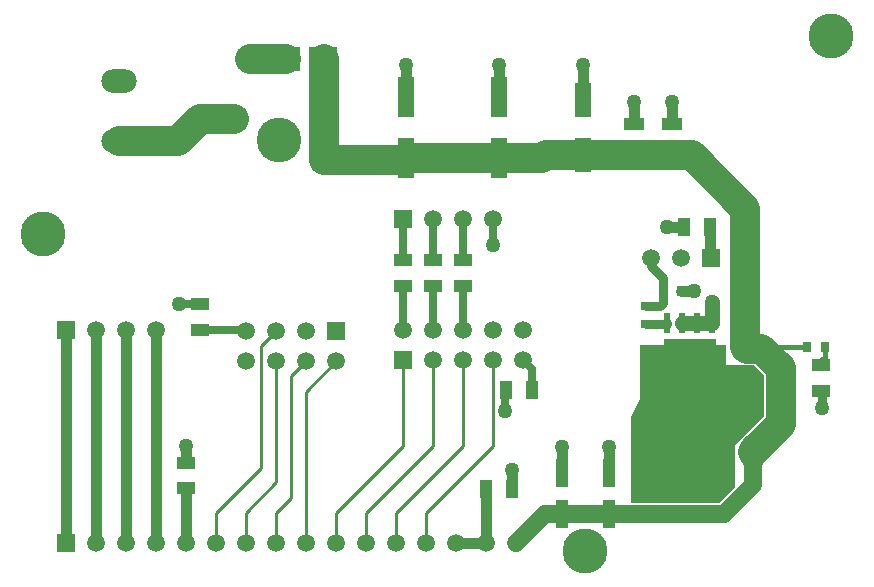
<source format=gtl>
%FSLAX25Y25*%
%MOIN*%
G70*
G01*
G75*
G04 Layer_Physical_Order=1*
G04 Layer_Color=255*
%ADD10R,0.06693X0.04331*%
%ADD11R,0.05906X0.03937*%
%ADD12R,0.03937X0.09449*%
%ADD13R,0.03937X0.05906*%
%ADD14R,0.02756X0.03543*%
%ADD15R,0.03543X0.02756*%
%ADD16R,0.02362X0.07087*%
%ADD17R,0.17716X0.18898*%
%ADD18R,0.05512X0.13386*%
%ADD19R,0.09646X0.08465*%
%ADD20R,0.06102X0.09646*%
%ADD21R,0.05512X0.11811*%
%ADD22C,0.03500*%
%ADD23C,0.05000*%
%ADD24C,0.10000*%
%ADD25C,0.06000*%
%ADD26C,0.01000*%
%ADD27C,0.03000*%
%ADD28C,0.01500*%
%ADD29C,0.02500*%
%ADD30C,0.15000*%
%ADD31O,0.07874X0.11811*%
%ADD32C,0.05906*%
%ADD33R,0.05906X0.05906*%
%ADD34C,0.14900*%
%ADD35C,0.09843*%
%ADD36O,0.11811X0.07874*%
%ADD37C,0.05000*%
G36*
X242000Y72000D02*
X247391D01*
X247718Y71865D01*
X249180Y71672D01*
X249180Y71672D01*
X251531D01*
X254852Y68352D01*
Y54852D01*
X248590Y48590D01*
X247764Y47956D01*
X247131Y47131D01*
X245000Y45000D01*
Y31135D01*
X239865Y26000D01*
X210500D01*
Y54500D01*
X213500Y60500D01*
Y78500D01*
X242000D01*
Y72000D01*
D02*
G37*
D10*
X224000Y141685D02*
D03*
Y152315D02*
D03*
X211500Y141685D02*
D03*
Y152315D02*
D03*
D11*
X62000Y39331D02*
D03*
Y30669D02*
D03*
X273850Y71823D02*
D03*
Y63161D02*
D03*
X66669Y83500D02*
D03*
Y92161D02*
D03*
X154500Y106831D02*
D03*
Y98169D02*
D03*
X144500Y106831D02*
D03*
Y98169D02*
D03*
X134500Y106831D02*
D03*
Y98169D02*
D03*
D12*
X187500Y35693D02*
D03*
Y22307D02*
D03*
X203000Y35693D02*
D03*
Y22307D02*
D03*
D13*
X177331Y63500D02*
D03*
X168669D02*
D03*
X170831Y30500D02*
D03*
X162169D02*
D03*
X228169Y118000D02*
D03*
X236831D02*
D03*
D14*
X274953Y78000D02*
D03*
X269047D02*
D03*
X221047Y96500D02*
D03*
X226953D02*
D03*
D15*
X215500Y91453D02*
D03*
Y85547D02*
D03*
D16*
X237500Y85736D02*
D03*
X232500D02*
D03*
X227500D02*
D03*
X222500D02*
D03*
D17*
X230000Y71012D02*
D03*
D18*
X166500Y140764D02*
D03*
Y161236D02*
D03*
X135500Y140764D02*
D03*
Y161236D02*
D03*
D19*
X107701Y174000D02*
D03*
X95299D02*
D03*
D20*
X248500Y79102D02*
D03*
Y66898D02*
D03*
D21*
X194500Y160055D02*
D03*
Y141945D02*
D03*
D22*
X226953Y96500D02*
X231500D01*
X222500Y118000D02*
X228169D01*
X236831Y107669D02*
Y118000D01*
X152000Y12500D02*
X162000D01*
X253871Y77320D02*
X254550Y78000D01*
X52000Y12500D02*
Y83500D01*
X42000Y12500D02*
Y83500D01*
X32000Y12500D02*
Y83500D01*
X22000Y12500D02*
Y83500D01*
X135500Y164815D02*
Y172000D01*
X166500Y164815D02*
Y172000D01*
X194500Y164815D02*
Y172000D01*
X224000Y152315D02*
Y159500D01*
X211500Y152315D02*
Y159500D01*
X62000Y12500D02*
Y30669D01*
Y39331D02*
Y45000D01*
X203000Y35693D02*
Y44500D01*
X187500Y35693D02*
Y44500D01*
X170831Y30500D02*
Y36831D01*
X162000Y12500D02*
Y30669D01*
D23*
X237500Y85736D02*
Y93000D01*
X232500Y85736D02*
X237500D01*
X227500D02*
X232500D01*
D24*
X108000Y140200D02*
X134936D01*
X253871Y77320D02*
X260500Y70691D01*
X194500Y141945D02*
X223740D01*
X230815Y141685D02*
X248500Y124000D01*
Y78000D02*
Y124000D01*
X83500Y174000D02*
X95299D01*
X108000Y140200D02*
Y173701D01*
X248500Y78000D02*
X249180Y77320D01*
X253871D01*
X251000Y42752D02*
X260500Y52252D01*
Y70691D01*
X224000Y141685D02*
X230815D01*
X181945Y141945D02*
X194500D01*
X180764Y140764D02*
X181945Y141945D01*
X166500Y140764D02*
X180764D01*
X135500D02*
X166500D01*
X66800Y153800D02*
X78000D01*
X59500Y146500D02*
X66800Y153800D01*
X39752Y146500D02*
X59500D01*
D25*
X172000Y12500D02*
X181807Y22307D01*
X241307D01*
X251000Y32000D01*
Y42752D01*
D26*
X142000Y12500D02*
Y22500D01*
X132000Y12500D02*
Y22500D01*
X122000Y12500D02*
Y22500D01*
X112000Y12500D02*
Y22500D01*
X92000Y12500D02*
Y22500D01*
X82000Y12500D02*
Y22500D01*
X72000Y12500D02*
Y22500D01*
X164500Y45000D02*
Y73500D01*
X142000Y22500D02*
X164500Y45000D01*
X154500D02*
Y73500D01*
X132000Y22500D02*
X154500Y45000D01*
X144500D02*
Y73500D01*
X122000Y22500D02*
X144500Y45000D01*
X112000Y22500D02*
X134500Y45000D01*
Y73500D01*
X112169Y73169D02*
Y73331D01*
X72000Y22500D02*
X87000Y37500D01*
Y78161D01*
X92169Y83331D01*
X177331Y63500D02*
X177500Y63669D01*
X154500Y120500D02*
X154500Y120500D01*
X154500Y98169D02*
X154500Y98169D01*
X144500Y120500D02*
X144500Y120500D01*
X134500Y120500D02*
X134500Y120500D01*
X102000Y12500D02*
Y63000D01*
X112169Y73169D01*
X92000Y22500D02*
X97000Y27500D01*
Y68161D01*
X102169Y73331D01*
X82000Y22500D02*
X92169Y32669D01*
Y73331D01*
D27*
X222311Y85547D02*
X222500Y85736D01*
X215500Y85547D02*
X222311D01*
X221047Y96500D02*
Y100953D01*
Y92547D02*
Y96500D01*
X215500Y91453D02*
X219953D01*
X221047Y92547D01*
X217000Y105000D02*
X221047Y100953D01*
X217000Y105000D02*
Y107500D01*
X273850Y63161D02*
X274000Y63012D01*
Y57500D02*
Y63012D01*
D28*
X274953Y74453D02*
Y78000D01*
X273850Y73350D02*
X274953Y74453D01*
X273850Y71650D02*
Y73350D01*
X254550Y78000D02*
X269047D01*
D29*
X177500Y63669D02*
Y70500D01*
X174500Y73500D02*
X177500Y70500D01*
X168500Y56500D02*
Y63331D01*
X66669Y83500D02*
X82000D01*
X59669Y92331D02*
X66500D01*
X164500Y112000D02*
Y120500D01*
X154500Y106831D02*
Y120500D01*
X154500Y83500D02*
Y98169D01*
X144500Y106831D02*
Y120500D01*
X144500Y83500D02*
Y98169D01*
X134500Y106831D02*
Y120500D01*
X134500Y83500D02*
Y98169D01*
D30*
X277000Y181500D02*
D03*
X14500Y115500D02*
D03*
X195000Y10000D02*
D03*
D31*
X231000Y42752D02*
D03*
X251000D02*
D03*
D32*
X164500Y120500D02*
D03*
X154500D02*
D03*
X144500D02*
D03*
X32000Y12500D02*
D03*
X42000D02*
D03*
X52000D02*
D03*
X62000D02*
D03*
X72000D02*
D03*
X82000D02*
D03*
X92000D02*
D03*
X102000D02*
D03*
X112000D02*
D03*
X122000D02*
D03*
X132000D02*
D03*
X142000D02*
D03*
X152000D02*
D03*
X162000D02*
D03*
X172000D02*
D03*
X227000Y107500D02*
D03*
X217000D02*
D03*
X52000Y83500D02*
D03*
X42000D02*
D03*
X32000D02*
D03*
X82169Y73331D02*
D03*
Y83331D02*
D03*
X92169Y73331D02*
D03*
Y83331D02*
D03*
X102169Y73331D02*
D03*
Y83331D02*
D03*
X112169Y73331D02*
D03*
X174500Y83500D02*
D03*
Y73500D02*
D03*
X164500Y83500D02*
D03*
Y73500D02*
D03*
X154500Y83500D02*
D03*
Y73500D02*
D03*
X144500Y83500D02*
D03*
Y73500D02*
D03*
X134500Y83500D02*
D03*
D33*
Y120500D02*
D03*
X22000Y12500D02*
D03*
X237000Y107500D02*
D03*
X22000Y83500D02*
D03*
X112169Y83331D02*
D03*
X134500Y73500D02*
D03*
D34*
X93000Y147000D02*
D03*
D35*
X108000Y140200D02*
D03*
X78000Y153800D02*
D03*
D36*
X39752Y166500D02*
D03*
Y146500D02*
D03*
D37*
X231500Y96500D02*
D03*
X237500Y93000D02*
D03*
X222500Y118000D02*
D03*
X224000Y159500D02*
D03*
X211500D02*
D03*
X194500Y172000D02*
D03*
X166500D02*
D03*
X135500D02*
D03*
X274000Y57500D02*
D03*
X214000Y34500D02*
D03*
Y41000D02*
D03*
Y47500D02*
D03*
Y54000D02*
D03*
X238000Y39500D02*
D03*
Y46000D02*
D03*
X222000Y40000D02*
D03*
Y46500D02*
D03*
X239500Y31500D02*
D03*
X221500Y30000D02*
D03*
X227500D02*
D03*
X233500D02*
D03*
X248500Y57000D02*
D03*
X217000Y73500D02*
D03*
Y67000D02*
D03*
Y60500D02*
D03*
X236500Y57000D02*
D03*
X242500D02*
D03*
X230000D02*
D03*
X223500D02*
D03*
X203000Y44500D02*
D03*
X83500Y174000D02*
D03*
X62000Y45000D02*
D03*
X187500Y44500D02*
D03*
X170831Y36831D02*
D03*
X168500Y56500D02*
D03*
X59669Y92331D02*
D03*
X164500Y112000D02*
D03*
M02*

</source>
